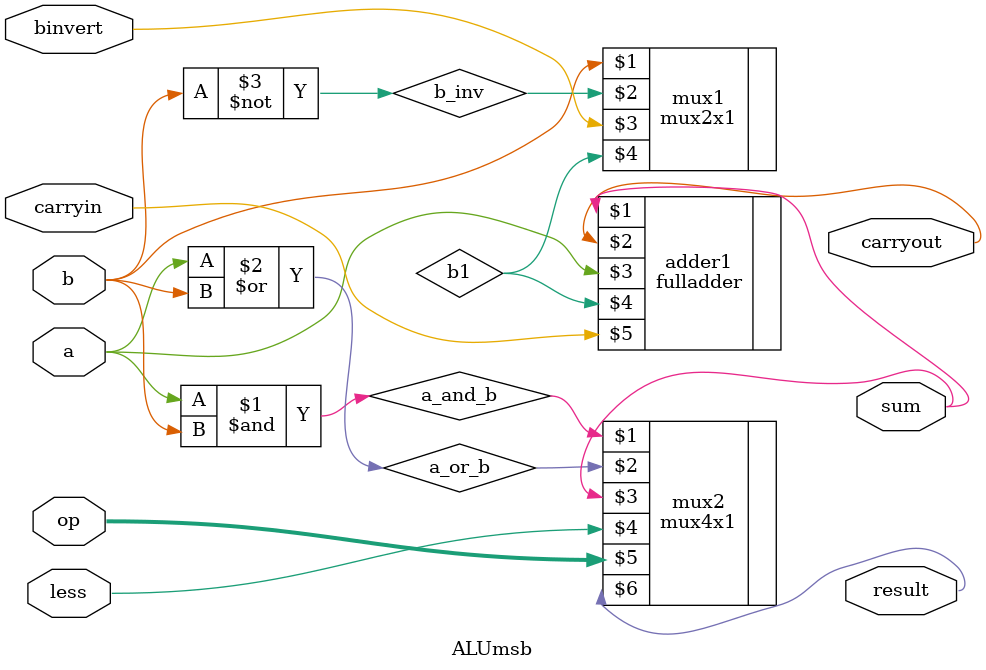
<source format=v>
module ALUmsb (a,b,binvert,op,less,carryin,carryout,result,sum);
   input a,b,less,carryin,binvert;
   input [1:0] op;
   output carryout,result,sum;
   wire sum, a_and_b, a_or_b, b_inv;
	
   not not1(b_inv, b);
   mux2x1 mux1(b,b_inv,binvert,b1);
   and and1(a_and_b, a, b);
   or or1(a_or_b, a, b);
   fulladder adder1(sum,carryout,a,b1,carryin);
   mux4x1 mux2(a_and_b,a_or_b,sum,less,op[1:0],result); 
endmodule
</source>
